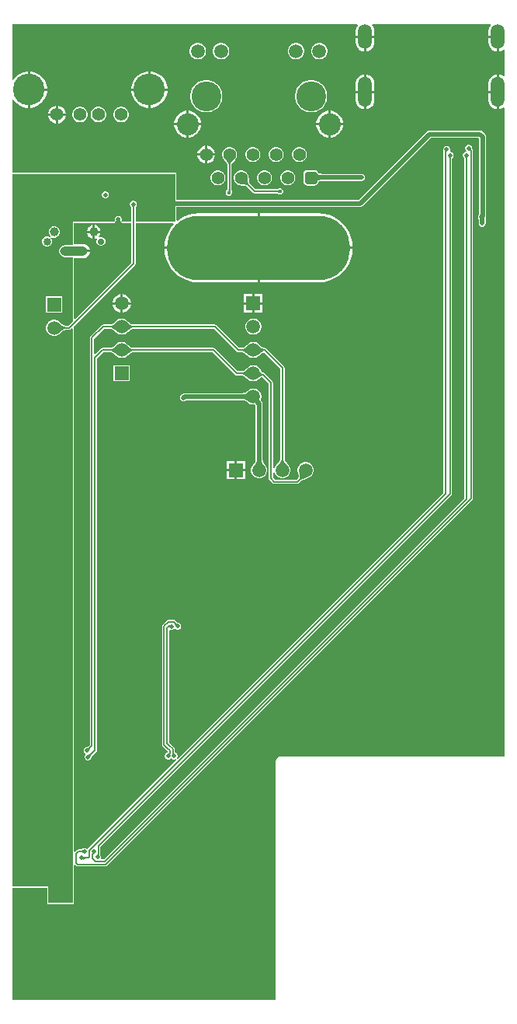
<source format=gbl>
G04*
G04 #@! TF.GenerationSoftware,Altium Limited,Altium Designer,21.3.2 (30)*
G04*
G04 Layer_Physical_Order=2*
G04 Layer_Color=16711680*
%FSLAX25Y25*%
%MOIN*%
G70*
G04*
G04 #@! TF.SameCoordinates,97996B78-1690-4D19-8AB1-FF8F13014A98*
G04*
G04*
G04 #@! TF.FilePolarity,Positive*
G04*
G01*
G75*
%ADD10C,0.00787*%
%ADD16C,0.01968*%
%ADD67C,0.00700*%
%ADD70C,0.05512*%
G04:AMPARAMS|DCode=71|XSize=55.12mil|YSize=55.12mil|CornerRadius=13.78mil|HoleSize=0mil|Usage=FLASHONLY|Rotation=0.000|XOffset=0mil|YOffset=0mil|HoleType=Round|Shape=RoundedRectangle|*
%AMROUNDEDRECTD71*
21,1,0.05512,0.02756,0,0,0.0*
21,1,0.02756,0.05512,0,0,0.0*
1,1,0.02756,0.01378,-0.01378*
1,1,0.02756,-0.01378,-0.01378*
1,1,0.02756,-0.01378,0.01378*
1,1,0.02756,0.01378,0.01378*
%
%ADD71ROUNDEDRECTD71*%
%ADD72C,0.12795*%
%ADD73C,0.05984*%
%ADD74C,0.09449*%
%ADD75C,0.05591*%
%ADD76C,0.13583*%
%ADD77O,0.05906X0.12992*%
%ADD78O,0.05906X0.10630*%
%ADD79C,0.02756*%
%ADD80C,0.03346*%
%ADD81O,0.03543X0.03937*%
%ADD82C,0.03937*%
%ADD83O,0.11811X0.03937*%
%ADD84C,0.05906*%
%ADD85R,0.05906X0.05906*%
%ADD86R,0.05906X0.05906*%
%ADD87O,0.78740X0.27559*%
%ADD88C,0.01968*%
%ADD89C,0.01772*%
%ADD90R,0.10500X0.11500*%
%ADD91R,0.10000X0.13500*%
G36*
X207990Y420212D02*
X207591Y419690D01*
X207192Y418729D01*
X207056Y417697D01*
Y415835D01*
X211043D01*
Y415335D01*
X211543D01*
Y409052D01*
X212075Y409122D01*
X213037Y409520D01*
X213519Y409890D01*
X214019Y409643D01*
Y398586D01*
X213519Y398339D01*
X213037Y398709D01*
X212075Y399107D01*
X211543Y399177D01*
Y391713D01*
Y384248D01*
X212075Y384318D01*
X213037Y384717D01*
X213519Y385086D01*
X214019Y384840D01*
Y106848D01*
X118110D01*
X117147Y106656D01*
X116331Y106110D01*
X115785Y105294D01*
X115593Y104331D01*
Y2517D01*
X2517D01*
Y49986D01*
X2517Y50486D01*
X17459D01*
Y44028D01*
X17617Y43645D01*
X18000Y43486D01*
X28500D01*
X28883Y43645D01*
X29041Y44028D01*
Y55528D01*
Y60054D01*
X29541Y60261D01*
X29887Y59915D01*
X30168Y59727D01*
X30500Y59661D01*
X42697D01*
X43029Y59727D01*
X43310Y59915D01*
X200113Y216718D01*
X200301Y216999D01*
X200367Y217331D01*
Y366528D01*
X200301Y366859D01*
X200185Y367032D01*
X200143Y367144D01*
X200035Y367260D01*
X200007Y367294D01*
X199986Y367323D01*
X199984Y367326D01*
Y367823D01*
X199758Y368368D01*
X199341Y368786D01*
X198795Y369012D01*
X198205D01*
X197659Y368786D01*
X197242Y368368D01*
X197016Y367823D01*
Y367232D01*
X197242Y366687D01*
X197417Y366512D01*
X197210Y366012D01*
X197205D01*
X196659Y365786D01*
X196242Y365368D01*
X196016Y364823D01*
Y364232D01*
X196242Y363687D01*
X196382Y363546D01*
X196418Y363452D01*
X196469Y363399D01*
X196500Y363361D01*
X196526Y363323D01*
X196548Y363285D01*
X196566Y363247D01*
X196581Y363207D01*
X196592Y363165D01*
X196601Y363120D01*
X196607Y363071D01*
X196609Y362998D01*
X196633Y362945D01*
Y217387D01*
X41905Y62658D01*
X40817D01*
X40483Y63158D01*
X40554Y63331D01*
Y63921D01*
X40328Y64467D01*
X40326Y64468D01*
X40367Y64670D01*
Y68169D01*
X191113Y218915D01*
X191301Y219196D01*
X191367Y219528D01*
Y362945D01*
X191391Y362998D01*
X191393Y363071D01*
X191399Y363120D01*
X191408Y363165D01*
X191419Y363207D01*
X191434Y363247D01*
X191452Y363285D01*
X191474Y363323D01*
X191500Y363361D01*
X191531Y363399D01*
X191582Y363452D01*
X191618Y363546D01*
X191758Y363687D01*
X191984Y364232D01*
Y364823D01*
X191758Y365368D01*
X191341Y365786D01*
X190795Y366012D01*
X190727D01*
X190393Y366512D01*
X190484Y366732D01*
Y367323D01*
X190258Y367868D01*
X189841Y368286D01*
X189295Y368512D01*
X188705D01*
X188159Y368286D01*
X187742Y367868D01*
X187516Y367323D01*
Y366732D01*
X187550Y366651D01*
X187541Y366583D01*
X187553Y366540D01*
X187557Y366522D01*
X187608Y365738D01*
X187609Y365586D01*
X187633Y365528D01*
Y219886D01*
X73634Y105887D01*
X73258Y106187D01*
X73484Y106732D01*
Y107323D01*
X73258Y107868D01*
X72841Y108286D01*
X72310Y108506D01*
Y109949D01*
X72241Y110298D01*
X72043Y110594D01*
X70555Y112082D01*
X69911Y112726D01*
Y160864D01*
X70411Y161165D01*
X70705Y161043D01*
X71295D01*
X71841Y161269D01*
X72258Y161687D01*
X72654Y161430D01*
X72721Y161363D01*
X73267Y161137D01*
X73857D01*
X74403Y161363D01*
X74821Y161781D01*
X75046Y162326D01*
Y162917D01*
X74821Y163462D01*
X74403Y163880D01*
X73857Y164105D01*
X73660D01*
X73570Y164146D01*
X73512Y164148D01*
X73479Y164152D01*
X73446Y164159D01*
X73413Y164170D01*
X73378Y164184D01*
X73341Y164202D01*
X73302Y164227D01*
X73260Y164257D01*
X73215Y164294D01*
X73156Y164349D01*
X73103Y164369D01*
X72422Y165050D01*
X72127Y165247D01*
X71778Y165317D01*
X69557D01*
X69209Y165247D01*
X68913Y165050D01*
X67068Y163205D01*
X66871Y162909D01*
X66801Y162561D01*
Y111815D01*
X66871Y111466D01*
X67068Y111171D01*
X68356Y109883D01*
X68356Y109883D01*
X69200Y109039D01*
Y108512D01*
X68670Y108292D01*
X68252Y107874D01*
X68026Y107329D01*
Y106738D01*
X68252Y106193D01*
X68670Y105775D01*
X69215Y105549D01*
X69806D01*
X70351Y105775D01*
X70752Y106176D01*
X71159Y105769D01*
X71705Y105543D01*
X72295D01*
X72841Y105769D01*
X73140Y105393D01*
X35040Y67293D01*
X34522Y67225D01*
X34366Y67260D01*
X34341Y67286D01*
X33795Y67512D01*
X33205D01*
X32659Y67286D01*
X32519Y67145D01*
X32425Y67109D01*
X32372Y67059D01*
X32333Y67028D01*
X32296Y67001D01*
X32258Y66980D01*
X32219Y66962D01*
X32180Y66947D01*
X32138Y66935D01*
X32092Y66927D01*
X32043Y66921D01*
X31970Y66918D01*
X31917Y66894D01*
X31000D01*
X30668Y66828D01*
X30387Y66640D01*
X29541Y65794D01*
X29041Y66001D01*
Y290086D01*
X29000Y290185D01*
Y290293D01*
X28924Y290369D01*
X28883Y290468D01*
X28732Y290971D01*
X55144Y317383D01*
X55342Y317679D01*
X55411Y318028D01*
Y335486D01*
X71708D01*
X71938Y334986D01*
X70683Y333517D01*
X69468Y331534D01*
X68577Y329384D01*
X68034Y327122D01*
X67891Y325303D01*
X107768D01*
Y339628D01*
X82677D01*
X80358Y339446D01*
X78096Y338903D01*
X75947Y338013D01*
X73963Y336797D01*
X73541Y336437D01*
X73041Y336667D01*
Y342274D01*
X151760D01*
X151760Y342274D01*
X152339Y342389D01*
X152830Y342717D01*
X182127Y372014D01*
X202720D01*
X202987Y371748D01*
Y339154D01*
X202930Y339098D01*
X202847Y338974D01*
X202742Y338868D01*
X202685Y338731D01*
X202602Y338607D01*
X202573Y338460D01*
X202516Y338323D01*
Y338174D01*
X202487Y338028D01*
X202516Y337881D01*
Y337732D01*
X202573Y337595D01*
X202602Y337448D01*
X202685Y337325D01*
X202727Y337223D01*
Y335268D01*
X202756Y335121D01*
Y334973D01*
X202813Y334835D01*
X202842Y334689D01*
X202925Y334565D01*
X202982Y334427D01*
X203087Y334322D01*
X203170Y334198D01*
X203294Y334115D01*
X203399Y334009D01*
X203537Y333952D01*
X203661Y333870D01*
X203807Y333840D01*
X203945Y333784D01*
X204094D01*
X204240Y333754D01*
X204386Y333784D01*
X204535D01*
X204673Y333840D01*
X204819Y333870D01*
X204943Y333952D01*
X205081Y334009D01*
X205186Y334115D01*
X205310Y334198D01*
X205393Y334322D01*
X205499Y334427D01*
X205556Y334565D01*
X205638Y334689D01*
X205667Y334835D01*
X205724Y334973D01*
Y335121D01*
X205753Y335268D01*
Y337732D01*
X205898Y337948D01*
X206013Y338528D01*
X206013Y338528D01*
Y372374D01*
X205898Y372954D01*
X205570Y373445D01*
X205570Y373445D01*
X204417Y374598D01*
X203926Y374926D01*
X203347Y375041D01*
X203347Y375041D01*
X181500D01*
X181500Y375041D01*
X180921Y374926D01*
X180430Y374598D01*
X180430Y374598D01*
X151133Y345301D01*
X73041D01*
Y356528D01*
X72883Y356910D01*
X72500Y357069D01*
X2517D01*
Y388341D01*
X3017Y388493D01*
X3582Y387648D01*
X4667Y386562D01*
X5943Y385710D01*
X7361Y385122D01*
X8867Y384823D01*
X9134D01*
Y392614D01*
X9634D01*
D01*
X9134D01*
Y400406D01*
X8867D01*
X7361Y400106D01*
X5943Y399519D01*
X4667Y398666D01*
X3582Y397581D01*
X3017Y396735D01*
X2517Y396887D01*
Y420712D01*
X150657D01*
X150904Y420212D01*
X150504Y419690D01*
X150106Y418729D01*
X149970Y417697D01*
Y415835D01*
X153957D01*
X157944D01*
Y417697D01*
X157808Y418729D01*
X157409Y419690D01*
X157010Y420212D01*
X157256Y420712D01*
X207744D01*
X207990Y420212D01*
D02*
G37*
G36*
X199449Y367248D02*
X199451Y367209D01*
X199462Y367166D01*
X199480Y367120D01*
X199505Y367071D01*
X199538Y367019D01*
X199579Y366963D01*
X199628Y366903D01*
X199748Y366775D01*
X199252Y366280D01*
X199187Y366344D01*
X199065Y366448D01*
X199009Y366489D01*
X198957Y366522D01*
X198907Y366548D01*
X198862Y366566D01*
X198819Y366576D01*
X198780Y366579D01*
X198744Y366574D01*
X199453Y367284D01*
X199449Y367248D01*
D02*
G37*
G36*
X189236Y366072D02*
X189163Y366049D01*
X189097Y366017D01*
X189039Y365977D01*
X188989Y365929D01*
X188947Y365872D01*
X188912Y365807D01*
X188885Y365734D01*
X188865Y365652D01*
X188854Y365563D01*
X188850Y365464D01*
X188150Y365589D01*
X188149Y365757D01*
X188094Y366594D01*
X188080Y366666D01*
X188063Y366726D01*
X189236Y366072D01*
D02*
G37*
G36*
X198125Y363757D02*
X198067Y363686D01*
X198016Y363612D01*
X197972Y363536D01*
X197935Y363457D01*
X197904Y363374D01*
X197880Y363289D01*
X197864Y363201D01*
X197853Y363111D01*
X197850Y363017D01*
X197150D01*
X197147Y363111D01*
X197136Y363201D01*
X197119Y363289D01*
X197096Y363374D01*
X197065Y363457D01*
X197028Y363536D01*
X196984Y363612D01*
X196933Y363686D01*
X196875Y363757D01*
X196811Y363825D01*
X198189D01*
X198125Y363757D01*
D02*
G37*
G36*
X191125D02*
X191067Y363686D01*
X191016Y363612D01*
X190972Y363536D01*
X190935Y363457D01*
X190904Y363374D01*
X190881Y363289D01*
X190864Y363201D01*
X190853Y363111D01*
X190850Y363017D01*
X190150D01*
X190147Y363111D01*
X190136Y363201D01*
X190120Y363289D01*
X190096Y363374D01*
X190065Y363457D01*
X190028Y363536D01*
X189984Y363612D01*
X189933Y363686D01*
X189875Y363757D01*
X189811Y363825D01*
X191189D01*
X191125Y363757D01*
D02*
G37*
G36*
X55133Y342765D02*
X55083Y342701D01*
X55038Y342632D01*
X55000Y342559D01*
X54967Y342482D01*
X54941Y342401D01*
X54920Y342316D01*
X54905Y342227D01*
X54897Y342133D01*
X54894Y342035D01*
X54106D01*
X54103Y342133D01*
X54094Y342227D01*
X54080Y342316D01*
X54059Y342401D01*
X54032Y342482D01*
X54000Y342559D01*
X53962Y342632D01*
X53917Y342701D01*
X53867Y342765D01*
X53811Y342825D01*
X55189D01*
X55133Y342765D01*
D02*
G37*
G36*
X72500Y336028D02*
X55411D01*
Y341967D01*
X55435Y342019D01*
X55437Y342099D01*
X55443Y342157D01*
X55451Y342208D01*
X55462Y342253D01*
X55475Y342292D01*
X55489Y342327D01*
X55506Y342358D01*
X55524Y342386D01*
X55545Y342412D01*
X55584Y342455D01*
X55619Y342547D01*
X55758Y342687D01*
X55984Y343232D01*
Y343823D01*
X55758Y344368D01*
X55341Y344786D01*
X54795Y345012D01*
X54205D01*
X53659Y344786D01*
X53242Y344368D01*
X53016Y343823D01*
Y343232D01*
X53242Y342687D01*
X53381Y342547D01*
X53416Y342455D01*
X53456Y342412D01*
X53476Y342386D01*
X53494Y342358D01*
X53511Y342327D01*
X53525Y342292D01*
X53538Y342253D01*
X53549Y342208D01*
X53557Y342157D01*
X53563Y342099D01*
X53565Y342019D01*
X53589Y341967D01*
Y336028D01*
X49702Y336028D01*
X49368Y336528D01*
X49453Y336732D01*
Y337323D01*
X49227Y337868D01*
X48809Y338286D01*
X48264Y338512D01*
X47673D01*
X47128Y338286D01*
X46710Y337868D01*
X46484Y337323D01*
Y336732D01*
X46569Y336528D01*
X46235Y336028D01*
X28500D01*
Y325919D01*
X25063D01*
X24100Y325727D01*
X23284Y325181D01*
X22738Y324365D01*
X22547Y323402D01*
X22738Y322439D01*
X23284Y321622D01*
X24100Y321076D01*
X25063Y320885D01*
X28500D01*
Y293316D01*
X26623Y291439D01*
X25286D01*
X25244Y291460D01*
X25087Y291474D01*
X24949Y291507D01*
X24781Y291569D01*
X24587Y291665D01*
X24369Y291795D01*
X24131Y291960D01*
X23877Y292157D01*
X23301Y292671D01*
X22989Y292979D01*
X22891Y293019D01*
X22620Y293290D01*
X21833Y293745D01*
X20955Y293980D01*
X20045D01*
X19167Y293745D01*
X18380Y293290D01*
X17737Y292648D01*
X17283Y291860D01*
X17047Y290982D01*
Y290073D01*
X17283Y289195D01*
X17737Y288407D01*
X18380Y287765D01*
X19167Y287310D01*
X20045Y287075D01*
X20955D01*
X21833Y287310D01*
X22620Y287765D01*
X22891Y288036D01*
X22989Y288076D01*
X23301Y288384D01*
X23877Y288898D01*
X24131Y289095D01*
X24369Y289260D01*
X24587Y289390D01*
X24781Y289486D01*
X24949Y289548D01*
X25087Y289581D01*
X25244Y289595D01*
X25286Y289616D01*
X27000D01*
X27349Y289686D01*
X27644Y289883D01*
X28038Y290277D01*
X28500Y290086D01*
Y51028D01*
X2517D01*
X2517Y356528D01*
X72500D01*
Y336028D01*
D02*
G37*
G36*
X48503Y337827D02*
X48768Y337562D01*
X48911Y337215D01*
Y336840D01*
X48868Y336735D01*
Y336679D01*
X48837Y336633D01*
X48868Y336478D01*
Y336320D01*
X48907Y336281D01*
X48918Y336227D01*
X49252Y335727D01*
X49298Y335696D01*
X49319Y335645D01*
X49465Y335584D01*
X49596Y335497D01*
X49651Y335508D01*
X49702Y335486D01*
X53589Y335486D01*
Y318405D01*
X29503Y294319D01*
X29041Y294511D01*
Y320408D01*
X32937D01*
X33712Y320510D01*
X34435Y320809D01*
X35055Y321285D01*
X35530Y321905D01*
X35830Y322627D01*
X35866Y322902D01*
X29000D01*
Y323902D01*
X35866D01*
X35830Y324177D01*
X35530Y324899D01*
X35055Y325519D01*
X34435Y325995D01*
X33712Y326294D01*
X32937Y326396D01*
X29041D01*
Y335486D01*
X46235D01*
X46286Y335508D01*
X46341Y335497D01*
X46472Y335584D01*
X46618Y335645D01*
X46639Y335696D01*
X46685Y335727D01*
X47019Y336227D01*
X47030Y336281D01*
X47069Y336320D01*
Y336478D01*
X47100Y336633D01*
X47069Y336679D01*
Y336735D01*
X47025Y336840D01*
Y337215D01*
X47169Y337562D01*
X47434Y337827D01*
X47781Y337971D01*
X48156D01*
X48503Y337827D01*
D02*
G37*
G36*
X22930Y292277D02*
X23531Y291741D01*
X23810Y291524D01*
X24076Y291340D01*
X24328Y291189D01*
X24566Y291072D01*
X24791Y290988D01*
X25001Y290938D01*
X25198Y290921D01*
Y290134D01*
X25001Y290117D01*
X24791Y290067D01*
X24566Y289983D01*
X24328Y289866D01*
X24076Y289716D01*
X23810Y289531D01*
X23531Y289314D01*
X22930Y288778D01*
X22609Y288461D01*
Y292595D01*
X22930Y292277D01*
D02*
G37*
G36*
X72856Y163888D02*
X72929Y163828D01*
X73003Y163775D01*
X73078Y163729D01*
X73154Y163691D01*
X73231Y163659D01*
X73310Y163635D01*
X73389Y163618D01*
X73470Y163608D01*
X73552Y163605D01*
X72578Y162631D01*
X72575Y162713D01*
X72565Y162794D01*
X72548Y162874D01*
X72524Y162952D01*
X72493Y163030D01*
X72454Y163106D01*
X72408Y163181D01*
X72356Y163254D01*
X72295Y163327D01*
X72228Y163398D01*
X72785Y163955D01*
X72856Y163888D01*
D02*
G37*
G36*
X70212Y161938D02*
X70178Y161977D01*
X70135Y162011D01*
X70085Y162041D01*
X70026Y162067D01*
X69960Y162090D01*
X69885Y162108D01*
X69803Y162122D01*
X69712Y162132D01*
X69506Y162140D01*
X69510Y162927D01*
X69617Y162929D01*
X69807Y162945D01*
X69890Y162959D01*
X69965Y162977D01*
X70032Y162999D01*
X70091Y163025D01*
X70142Y163055D01*
X70185Y163089D01*
X70219Y163127D01*
X70212Y161938D01*
D02*
G37*
G36*
X32797Y65339D02*
X32729Y65403D01*
X32658Y65461D01*
X32585Y65512D01*
X32508Y65556D01*
X32429Y65593D01*
X32347Y65623D01*
X32262Y65647D01*
X32174Y65664D01*
X32083Y65674D01*
X31989Y65678D01*
Y66378D01*
X32083Y66381D01*
X32174Y66391D01*
X32262Y66408D01*
X32347Y66432D01*
X32429Y66462D01*
X32508Y66500D01*
X32585Y66544D01*
X32658Y66594D01*
X32729Y66652D01*
X32797Y66716D01*
Y65339D01*
D02*
G37*
G36*
X33105Y63862D02*
X33176Y63805D01*
X33250Y63754D01*
X33326Y63710D01*
X33406Y63672D01*
X33488Y63642D01*
X33573Y63618D01*
X33661Y63601D01*
X33751Y63591D01*
X33845Y63588D01*
Y62888D01*
X33751Y62884D01*
X33661Y62874D01*
X33573Y62857D01*
X33488Y62833D01*
X33406Y62803D01*
X33326Y62766D01*
X33250Y62722D01*
X33176Y62671D01*
X33105Y62613D01*
X33038Y62549D01*
Y63927D01*
X33105Y63862D01*
D02*
G37*
%LPC*%
G36*
X210543Y414835D02*
X207056D01*
Y412972D01*
X207192Y411941D01*
X207591Y410979D01*
X208224Y410153D01*
X209050Y409520D01*
X210011Y409122D01*
X210543Y409052D01*
Y414835D01*
D02*
G37*
G36*
X157944Y414835D02*
X154457D01*
Y409052D01*
X154989Y409122D01*
X155950Y409520D01*
X156776Y410153D01*
X157409Y410979D01*
X157808Y411941D01*
X157944Y412972D01*
Y414835D01*
D02*
G37*
G36*
X153457D02*
X149970D01*
Y412972D01*
X150106Y411941D01*
X150504Y410979D01*
X151138Y410153D01*
X151963Y409520D01*
X152925Y409122D01*
X153457Y409052D01*
Y414835D01*
D02*
G37*
G36*
X134830Y412630D02*
X133910D01*
X133022Y412392D01*
X132226Y411932D01*
X131576Y411282D01*
X131116Y410485D01*
X130878Y409597D01*
Y408678D01*
X131116Y407790D01*
X131576Y406993D01*
X132226Y406343D01*
X133022Y405883D01*
X133910Y405645D01*
X134830D01*
X135718Y405883D01*
X136514Y406343D01*
X137164Y406993D01*
X137624Y407790D01*
X137862Y408678D01*
Y409597D01*
X137624Y410485D01*
X137164Y411282D01*
X136514Y411932D01*
X135718Y412392D01*
X134830Y412630D01*
D02*
G37*
G36*
X124830D02*
X123910D01*
X123022Y412392D01*
X122226Y411932D01*
X121576Y411282D01*
X121116Y410485D01*
X120878Y409597D01*
Y408678D01*
X121116Y407790D01*
X121576Y406993D01*
X122226Y406343D01*
X123022Y405883D01*
X123910Y405645D01*
X124830D01*
X125718Y405883D01*
X126514Y406343D01*
X127164Y406993D01*
X127624Y407790D01*
X127862Y408678D01*
Y409597D01*
X127624Y410485D01*
X127164Y411282D01*
X126514Y411932D01*
X125718Y412392D01*
X124830Y412630D01*
D02*
G37*
G36*
X92625D02*
X91706D01*
X90817Y412392D01*
X90021Y411932D01*
X89371Y411282D01*
X88911Y410485D01*
X88673Y409597D01*
Y408678D01*
X88911Y407790D01*
X89371Y406993D01*
X90021Y406343D01*
X90817Y405883D01*
X91706Y405645D01*
X92625D01*
X93513Y405883D01*
X94310Y406343D01*
X94960Y406993D01*
X95420Y407790D01*
X95657Y408678D01*
Y409597D01*
X95420Y410485D01*
X94960Y411282D01*
X94310Y411932D01*
X93513Y412392D01*
X92625Y412630D01*
D02*
G37*
G36*
X82625D02*
X81706D01*
X80817Y412392D01*
X80021Y411932D01*
X79371Y411282D01*
X78911Y410485D01*
X78673Y409597D01*
Y408678D01*
X78911Y407790D01*
X79371Y406993D01*
X80021Y406343D01*
X80817Y405883D01*
X81706Y405645D01*
X82625D01*
X83513Y405883D01*
X84310Y406343D01*
X84960Y406993D01*
X85419Y407790D01*
X85658Y408678D01*
Y409597D01*
X85419Y410485D01*
X84960Y411282D01*
X84310Y411932D01*
X83513Y412392D01*
X82625Y412630D01*
D02*
G37*
G36*
X62134Y400406D02*
X61866D01*
Y393114D01*
X69157D01*
Y393382D01*
X68858Y394887D01*
X68271Y396305D01*
X67418Y397581D01*
X66333Y398666D01*
X65057Y399519D01*
X63639Y400106D01*
X62134Y400406D01*
D02*
G37*
G36*
X10401D02*
X10134D01*
Y393114D01*
X17425D01*
Y393382D01*
X17126Y394887D01*
X16538Y396305D01*
X15686Y397581D01*
X14601Y398666D01*
X13324Y399519D01*
X11907Y400106D01*
X10401Y400406D01*
D02*
G37*
G36*
X60866D02*
X60599D01*
X59093Y400106D01*
X57676Y399519D01*
X56400Y398666D01*
X55314Y397581D01*
X54461Y396305D01*
X53874Y394887D01*
X53575Y393382D01*
Y393114D01*
X60866D01*
Y400406D01*
D02*
G37*
G36*
X154457Y399177D02*
Y392213D01*
X157944D01*
Y395256D01*
X157808Y396288D01*
X157409Y397249D01*
X156776Y398075D01*
X155950Y398709D01*
X154989Y399107D01*
X154457Y399177D01*
D02*
G37*
G36*
X153457Y399177D02*
X152925Y399107D01*
X151963Y398709D01*
X151138Y398075D01*
X150504Y397249D01*
X150106Y396288D01*
X149970Y395256D01*
Y392213D01*
X153457D01*
Y399177D01*
D02*
G37*
G36*
X210543D02*
X210011Y399107D01*
X209050Y398709D01*
X208224Y398075D01*
X207591Y397249D01*
X207192Y396288D01*
X207056Y395256D01*
Y392213D01*
X210543D01*
Y399177D01*
D02*
G37*
G36*
X69157Y392114D02*
X61866D01*
Y384823D01*
X62134D01*
X63639Y385122D01*
X65057Y385710D01*
X66333Y386562D01*
X67418Y387648D01*
X68271Y388924D01*
X68858Y390341D01*
X69157Y391847D01*
Y392114D01*
D02*
G37*
G36*
X60866D02*
X53575D01*
Y391847D01*
X53874Y390341D01*
X54461Y388924D01*
X55314Y387648D01*
X56400Y386562D01*
X57676Y385710D01*
X59093Y385122D01*
X60599Y384823D01*
X60866D01*
Y392114D01*
D02*
G37*
G36*
X17425D02*
X10134D01*
Y384823D01*
X10401D01*
X11907Y385122D01*
X13324Y385710D01*
X14601Y386562D01*
X15686Y387648D01*
X16538Y388924D01*
X17126Y390341D01*
X17425Y391847D01*
Y392114D01*
D02*
G37*
G36*
X157944Y391213D02*
X154457D01*
Y384248D01*
X154989Y384318D01*
X155950Y384717D01*
X156776Y385350D01*
X157409Y386176D01*
X157808Y387138D01*
X157944Y388169D01*
Y391213D01*
D02*
G37*
G36*
X153457D02*
X149970D01*
Y388169D01*
X150106Y387138D01*
X150504Y386176D01*
X151138Y385350D01*
X151963Y384717D01*
X152925Y384318D01*
X153457Y384248D01*
Y391213D01*
D02*
G37*
G36*
X210543D02*
X207056D01*
Y388169D01*
X207192Y387138D01*
X207591Y386176D01*
X208224Y385350D01*
X209050Y384717D01*
X210011Y384318D01*
X210543Y384248D01*
Y391213D01*
D02*
G37*
G36*
X131447Y396744D02*
X130088D01*
X128756Y396479D01*
X127500Y395959D01*
X126371Y395204D01*
X125410Y394243D01*
X124655Y393113D01*
X124135Y391858D01*
X123870Y390525D01*
Y389167D01*
X124135Y387834D01*
X124655Y386579D01*
X125410Y385449D01*
X126371Y384488D01*
X127500Y383733D01*
X128756Y383213D01*
X130088Y382948D01*
X131447D01*
X132780Y383213D01*
X134035Y383733D01*
X135165Y384488D01*
X136126Y385449D01*
X136880Y386579D01*
X137400Y387834D01*
X137665Y389167D01*
Y390525D01*
X137400Y391858D01*
X136880Y393113D01*
X136126Y394243D01*
X135165Y395204D01*
X134035Y395959D01*
X132780Y396479D01*
X131447Y396744D01*
D02*
G37*
G36*
X86447D02*
X85088D01*
X83756Y396479D01*
X82500Y395959D01*
X81371Y395204D01*
X80410Y394243D01*
X79655Y393113D01*
X79135Y391858D01*
X78870Y390525D01*
Y389167D01*
X79135Y387834D01*
X79655Y386579D01*
X80410Y385449D01*
X81371Y384488D01*
X82500Y383733D01*
X83756Y383213D01*
X85088Y382948D01*
X86447D01*
X87780Y383213D01*
X89035Y383733D01*
X90165Y384488D01*
X91126Y385449D01*
X91880Y386579D01*
X92400Y387834D01*
X92665Y389167D01*
Y390525D01*
X92400Y391858D01*
X91880Y393113D01*
X91126Y394243D01*
X90165Y395204D01*
X89035Y395959D01*
X87780Y396479D01*
X86447Y396744D01*
D02*
G37*
G36*
X22220Y385740D02*
Y382445D01*
X25516D01*
X25257Y383410D01*
X24757Y384275D01*
X24051Y384982D01*
X23185Y385482D01*
X22220Y385740D01*
D02*
G37*
G36*
X21220D02*
X20256Y385482D01*
X19390Y384982D01*
X18684Y384275D01*
X18184Y383410D01*
X17925Y382445D01*
X21220D01*
Y385740D01*
D02*
G37*
G36*
X49713Y385240D02*
X48846D01*
X48008Y385016D01*
X47256Y384582D01*
X46643Y383968D01*
X46209Y383217D01*
X45984Y382379D01*
Y381511D01*
X46209Y380673D01*
X46643Y379922D01*
X47256Y379308D01*
X48008Y378874D01*
X48846Y378650D01*
X49713D01*
X50551Y378874D01*
X51303Y379308D01*
X51916Y379922D01*
X52350Y380673D01*
X52575Y381511D01*
Y382379D01*
X52350Y383217D01*
X51916Y383968D01*
X51303Y384582D01*
X50551Y385016D01*
X49713Y385240D01*
D02*
G37*
G36*
X39871D02*
X39003D01*
X38165Y385016D01*
X37414Y384582D01*
X36800Y383968D01*
X36366Y383217D01*
X36142Y382379D01*
Y381511D01*
X36366Y380673D01*
X36800Y379922D01*
X37414Y379308D01*
X38165Y378874D01*
X39003Y378650D01*
X39871D01*
X40709Y378874D01*
X41460Y379308D01*
X42074Y379922D01*
X42508Y380673D01*
X42732Y381511D01*
Y382379D01*
X42508Y383217D01*
X42074Y383968D01*
X41460Y384582D01*
X40709Y385016D01*
X39871Y385240D01*
D02*
G37*
G36*
X31997D02*
X31129D01*
X30291Y385016D01*
X29540Y384582D01*
X28926Y383968D01*
X28492Y383217D01*
X28268Y382379D01*
Y381511D01*
X28492Y380673D01*
X28926Y379922D01*
X29540Y379308D01*
X30291Y378874D01*
X31129Y378650D01*
X31997D01*
X32835Y378874D01*
X33586Y379308D01*
X34200Y379922D01*
X34634Y380673D01*
X34858Y381511D01*
Y382379D01*
X34634Y383217D01*
X34200Y383968D01*
X33586Y384582D01*
X32835Y385016D01*
X31997Y385240D01*
D02*
G37*
G36*
X78529Y383563D02*
X78276D01*
Y378338D01*
X83500D01*
Y378592D01*
X83110Y380048D01*
X82356Y381353D01*
X81290Y382419D01*
X79985Y383172D01*
X78529Y383563D01*
D02*
G37*
G36*
X77276D02*
X77022D01*
X75566Y383172D01*
X74261Y382419D01*
X73195Y381353D01*
X72441Y380048D01*
X72051Y378592D01*
Y378338D01*
X77276D01*
Y383563D01*
D02*
G37*
G36*
X139514Y383563D02*
X139260D01*
Y378338D01*
X144484D01*
Y378592D01*
X144094Y380048D01*
X143341Y381353D01*
X142275Y382419D01*
X140969Y383172D01*
X139514Y383563D01*
D02*
G37*
G36*
X138260D02*
X138006D01*
X136550Y383172D01*
X135245Y382419D01*
X134179Y381353D01*
X133425Y380048D01*
X133035Y378592D01*
Y378338D01*
X138260D01*
Y383563D01*
D02*
G37*
G36*
X25516Y381445D02*
X22220D01*
Y378150D01*
X23185Y378408D01*
X24051Y378908D01*
X24757Y379614D01*
X25257Y380480D01*
X25516Y381445D01*
D02*
G37*
G36*
X21220D02*
X17925D01*
X18184Y380480D01*
X18684Y379614D01*
X19390Y378908D01*
X20256Y378408D01*
X21220Y378150D01*
Y381445D01*
D02*
G37*
G36*
X83500Y377338D02*
X78276D01*
Y372114D01*
X78529D01*
X79985Y372504D01*
X81290Y373257D01*
X82356Y374323D01*
X83110Y375629D01*
X83500Y377084D01*
Y377338D01*
D02*
G37*
G36*
X77276D02*
X72051D01*
Y377084D01*
X72441Y375629D01*
X73195Y374323D01*
X74261Y373257D01*
X75566Y372504D01*
X77022Y372114D01*
X77276D01*
Y377338D01*
D02*
G37*
G36*
X144484Y377338D02*
X139260D01*
Y372114D01*
X139514D01*
X140969Y372504D01*
X142275Y373257D01*
X143341Y374323D01*
X144094Y375629D01*
X144484Y377084D01*
Y377338D01*
D02*
G37*
G36*
X138260D02*
X133035D01*
Y377084D01*
X133425Y375629D01*
X134179Y374323D01*
X135245Y373257D01*
X136550Y372504D01*
X138006Y372114D01*
X138260D01*
Y377338D01*
D02*
G37*
G36*
X86268Y368601D02*
Y365346D01*
X89522D01*
X89268Y366296D01*
X88773Y367152D01*
X88074Y367851D01*
X87217Y368346D01*
X86268Y368601D01*
D02*
G37*
G36*
X85268D02*
X84318Y368346D01*
X83461Y367851D01*
X82762Y367152D01*
X82268Y366296D01*
X82013Y365346D01*
X85268D01*
Y368601D01*
D02*
G37*
G36*
X126196Y368102D02*
X125339D01*
X124511Y367880D01*
X123768Y367451D01*
X123162Y366845D01*
X122734Y366103D01*
X122512Y365275D01*
Y364417D01*
X122734Y363589D01*
X123162Y362847D01*
X123768Y362241D01*
X124511Y361812D01*
X125339Y361590D01*
X126196D01*
X127024Y361812D01*
X127767Y362241D01*
X128373Y362847D01*
X128802Y363589D01*
X129024Y364417D01*
Y365275D01*
X128802Y366103D01*
X128373Y366845D01*
X127767Y367451D01*
X127024Y367880D01*
X126196Y368102D01*
D02*
G37*
G36*
X116196D02*
X115339D01*
X114511Y367880D01*
X113768Y367451D01*
X113162Y366845D01*
X112734Y366103D01*
X112512Y365275D01*
Y364417D01*
X112734Y363589D01*
X113162Y362847D01*
X113768Y362241D01*
X114511Y361812D01*
X115339Y361590D01*
X116196D01*
X117024Y361812D01*
X117767Y362241D01*
X118373Y362847D01*
X118802Y363589D01*
X119024Y364417D01*
Y365275D01*
X118802Y366103D01*
X118373Y366845D01*
X117767Y367451D01*
X117024Y367880D01*
X116196Y368102D01*
D02*
G37*
G36*
X106196Y368102D02*
X105339D01*
X104511Y367880D01*
X103769Y367451D01*
X103162Y366845D01*
X102734Y366103D01*
X102512Y365275D01*
Y364417D01*
X102734Y363589D01*
X103162Y362847D01*
X103769Y362241D01*
X104511Y361812D01*
X105339Y361590D01*
X106196D01*
X107025Y361812D01*
X107767Y362241D01*
X108373Y362847D01*
X108802Y363589D01*
X109024Y364417D01*
Y365275D01*
X108802Y366103D01*
X108373Y366845D01*
X107767Y367451D01*
X107025Y367880D01*
X106196Y368102D01*
D02*
G37*
G36*
X89522Y364346D02*
X86268D01*
Y361092D01*
X87217Y361346D01*
X88074Y361841D01*
X88773Y362540D01*
X89268Y363396D01*
X89522Y364346D01*
D02*
G37*
G36*
X85268D02*
X82013D01*
X82268Y363396D01*
X82762Y362540D01*
X83461Y361841D01*
X84318Y361346D01*
X85268Y361092D01*
Y364346D01*
D02*
G37*
G36*
X121196Y358102D02*
X120339D01*
X119511Y357880D01*
X118769Y357451D01*
X118162Y356845D01*
X117734Y356103D01*
X117512Y355275D01*
Y354417D01*
X117734Y353589D01*
X118162Y352847D01*
X118769Y352241D01*
X119511Y351812D01*
X120339Y351590D01*
X121196D01*
X122024Y351812D01*
X122767Y352241D01*
X123373Y352847D01*
X123802Y353589D01*
X124024Y354417D01*
Y355275D01*
X123802Y356103D01*
X123373Y356845D01*
X122767Y357451D01*
X122024Y357880D01*
X121196Y358102D01*
D02*
G37*
G36*
X111196D02*
X110339D01*
X109511Y357880D01*
X108768Y357451D01*
X108162Y356845D01*
X107734Y356103D01*
X107512Y355275D01*
Y354417D01*
X107734Y353589D01*
X108162Y352847D01*
X108768Y352241D01*
X109511Y351812D01*
X110339Y351590D01*
X111196D01*
X112024Y351812D01*
X112767Y352241D01*
X113373Y352847D01*
X113802Y353589D01*
X114024Y354417D01*
Y355275D01*
X113802Y356103D01*
X113373Y356845D01*
X112767Y357451D01*
X112024Y357880D01*
X111196Y358102D01*
D02*
G37*
G36*
X91196D02*
X90339D01*
X89511Y357880D01*
X88769Y357451D01*
X88162Y356845D01*
X87734Y356103D01*
X87512Y355275D01*
Y354417D01*
X87734Y353589D01*
X88162Y352847D01*
X88769Y352241D01*
X89511Y351812D01*
X90339Y351590D01*
X91196D01*
X92024Y351812D01*
X92767Y352241D01*
X93373Y352847D01*
X93802Y353589D01*
X94024Y354417D01*
Y355275D01*
X93802Y356103D01*
X93373Y356845D01*
X92767Y357451D01*
X92024Y357880D01*
X91196Y358102D01*
D02*
G37*
G36*
X132146Y358139D02*
X129390D01*
X128657Y357993D01*
X128036Y357578D01*
X127621Y356957D01*
X127475Y356224D01*
Y353468D01*
X127621Y352735D01*
X128036Y352114D01*
X128657Y351699D01*
X129390Y351553D01*
X132146D01*
X132878Y351699D01*
X133500Y352114D01*
X133915Y352735D01*
X133966Y352991D01*
X133984Y353028D01*
X133989Y353110D01*
X134003Y353178D01*
X134022Y353207D01*
X134072Y353252D01*
X134170Y353310D01*
X134325Y353370D01*
X134538Y353424D01*
X134805Y353466D01*
X135124Y353493D01*
X135505Y353502D01*
X135532Y353514D01*
X152500D01*
X152646Y353543D01*
X152795D01*
X152933Y353600D01*
X153079Y353629D01*
X153203Y353712D01*
X153341Y353769D01*
X153446Y353875D01*
X153570Y353958D01*
X153653Y354081D01*
X153758Y354187D01*
X153815Y354325D01*
X153898Y354448D01*
X153927Y354595D01*
X153984Y354732D01*
Y354881D01*
X154013Y355028D01*
X153984Y355174D01*
Y355323D01*
X153927Y355461D01*
X153898Y355607D01*
X153815Y355731D01*
X153758Y355868D01*
X153653Y355974D01*
X153570Y356098D01*
X153446Y356181D01*
X153341Y356286D01*
X153203Y356343D01*
X153079Y356426D01*
X152933Y356455D01*
X152795Y356512D01*
X152646D01*
X152500Y356541D01*
X135532D01*
X135505Y356553D01*
X135105Y356562D01*
X134766Y356589D01*
X134478Y356632D01*
X134243Y356687D01*
X134065Y356752D01*
X133942Y356817D01*
X133915Y356957D01*
X133640Y357367D01*
X133630Y357388D01*
X133625Y357390D01*
X133500Y357578D01*
X132878Y357993D01*
X132146Y358139D01*
D02*
G37*
G36*
X101196Y358102D02*
X100339D01*
X99511Y357880D01*
X98769Y357451D01*
X98162Y356845D01*
X97734Y356103D01*
X97512Y355275D01*
Y354417D01*
X97734Y353589D01*
X98162Y352847D01*
X98769Y352241D01*
X99511Y351812D01*
X100339Y351590D01*
X100695D01*
X100793Y351549D01*
X100795Y351549D01*
X100795Y351549D01*
X100795Y351549D01*
X101205Y351547D01*
X101931Y351507D01*
X102229Y351470D01*
X102495Y351423D01*
X102724Y351367D01*
X102912Y351304D01*
X103059Y351238D01*
X103167Y351172D01*
X103274Y351082D01*
X103321Y351067D01*
X105973Y348415D01*
X106254Y348227D01*
X106586Y348161D01*
X116084D01*
X116138Y348137D01*
X116208Y348134D01*
X116256Y348130D01*
X116297Y348123D01*
X116333Y348114D01*
X116365Y348104D01*
X116392Y348092D01*
X116416Y348079D01*
X116439Y348064D01*
X116460Y348048D01*
X116497Y348013D01*
X116590Y347978D01*
X116715Y347853D01*
X117224Y347642D01*
X117776D01*
X118285Y347853D01*
X118675Y348243D01*
X118886Y348752D01*
Y349303D01*
X118675Y349813D01*
X118285Y350202D01*
X117776Y350413D01*
X117224D01*
X116715Y350202D01*
X116590Y350078D01*
X116497Y350043D01*
X116460Y350007D01*
X116439Y349991D01*
X116416Y349976D01*
X116392Y349963D01*
X116365Y349952D01*
X116333Y349941D01*
X116297Y349932D01*
X116256Y349925D01*
X116208Y349921D01*
X116138Y349919D01*
X116084Y349894D01*
X106945D01*
X104547Y352293D01*
X104532Y352339D01*
X104441Y352447D01*
X104376Y352554D01*
X104310Y352702D01*
X104247Y352890D01*
X104191Y353118D01*
X104146Y353373D01*
X104067Y354414D01*
X104065Y354821D01*
X104024Y354919D01*
Y355275D01*
X103802Y356103D01*
X103373Y356845D01*
X102767Y357451D01*
X102024Y357880D01*
X101196Y358102D01*
D02*
G37*
G36*
X96196Y368102D02*
X95339D01*
X94511Y367880D01*
X93769Y367451D01*
X93162Y366845D01*
X92734Y366103D01*
X92512Y365275D01*
Y364417D01*
X92734Y363589D01*
X93162Y362847D01*
X93414Y362595D01*
X93454Y362497D01*
X93744Y362204D01*
X94229Y361663D01*
X94414Y361426D01*
X94569Y361204D01*
X94691Y361003D01*
X94779Y360825D01*
X94837Y360674D01*
X94866Y360552D01*
X94879Y360412D01*
X94901Y360369D01*
Y350013D01*
X94877Y349960D01*
X94874Y349892D01*
X94870Y349853D01*
X94864Y349826D01*
X94859Y349809D01*
X94856Y349802D01*
X94828Y349786D01*
X94787Y349732D01*
X94715Y349702D01*
X94325Y349313D01*
X94114Y348803D01*
Y348252D01*
X94325Y347743D01*
X94715Y347353D01*
X95224Y347142D01*
X95776D01*
X96285Y347353D01*
X96675Y347743D01*
X96886Y348252D01*
Y348803D01*
X96775Y349071D01*
X96767Y349183D01*
X96743Y349232D01*
X96727Y349270D01*
X96712Y349311D01*
X96701Y349348D01*
X96677Y349459D01*
X96671Y349502D01*
X96660Y349634D01*
X96659Y349704D01*
X96634Y349760D01*
Y360369D01*
X96657Y360412D01*
X96669Y360552D01*
X96699Y360674D01*
X96756Y360825D01*
X96845Y361003D01*
X96966Y361204D01*
X97114Y361416D01*
X97795Y362208D01*
X98081Y362497D01*
X98121Y362595D01*
X98373Y362847D01*
X98802Y363589D01*
X99024Y364417D01*
Y365275D01*
X98802Y366103D01*
X98373Y366845D01*
X97767Y367451D01*
X97024Y367880D01*
X96196Y368102D01*
D02*
G37*
G36*
X133858Y339628D02*
X108768D01*
Y325303D01*
X148644D01*
X148501Y327122D01*
X147958Y329384D01*
X147068Y331534D01*
X145852Y333517D01*
X144341Y335286D01*
X142572Y336797D01*
X140589Y338013D01*
X138440Y338903D01*
X136177Y339446D01*
X133858Y339628D01*
D02*
G37*
G36*
X148644Y324303D02*
X108768D01*
Y309978D01*
X133858D01*
X136177Y310160D01*
X138440Y310703D01*
X140589Y311594D01*
X142572Y312809D01*
X144341Y314320D01*
X145852Y316089D01*
X147068Y318073D01*
X147958Y320222D01*
X148501Y322484D01*
X148644Y324303D01*
D02*
G37*
G36*
X107768D02*
X67891D01*
X68034Y322484D01*
X68577Y320222D01*
X69468Y318073D01*
X70683Y316089D01*
X72194Y314320D01*
X73963Y312809D01*
X75947Y311594D01*
X78096Y310703D01*
X80358Y310160D01*
X82677Y309978D01*
X107768D01*
Y324303D01*
D02*
G37*
G36*
X50020Y304980D02*
X50000D01*
Y301528D01*
X53453D01*
Y301548D01*
X53183Y302553D01*
X52663Y303455D01*
X51927Y304190D01*
X51026Y304711D01*
X50020Y304980D01*
D02*
G37*
G36*
X109953D02*
X106500D01*
Y301528D01*
X109953D01*
Y304980D01*
D02*
G37*
G36*
X105500D02*
X102047D01*
Y301528D01*
X105500D01*
Y304980D01*
D02*
G37*
G36*
X49000D02*
X48980D01*
X47974Y304711D01*
X47073Y304190D01*
X46337Y303455D01*
X45817Y302553D01*
X45547Y301548D01*
Y301528D01*
X49000D01*
Y304980D01*
D02*
G37*
G36*
X109953Y300528D02*
X106500D01*
Y297075D01*
X109953D01*
Y300528D01*
D02*
G37*
G36*
X105500D02*
X102047D01*
Y297075D01*
X105500D01*
Y300528D01*
D02*
G37*
G36*
X53453D02*
X50000D01*
Y297075D01*
X50020D01*
X51026Y297344D01*
X51927Y297865D01*
X52663Y298601D01*
X53183Y299502D01*
X53453Y300507D01*
Y300528D01*
D02*
G37*
G36*
X49000D02*
X45547D01*
Y300507D01*
X45817Y299502D01*
X46337Y298601D01*
X47073Y297865D01*
X47974Y297344D01*
X48980Y297075D01*
X49000D01*
Y300528D01*
D02*
G37*
G36*
X106455Y294480D02*
X105545D01*
X104667Y294245D01*
X103880Y293790D01*
X103237Y293148D01*
X102782Y292360D01*
X102547Y291482D01*
Y290573D01*
X102782Y289695D01*
X103237Y288908D01*
X103880Y288265D01*
X104667Y287810D01*
X105545Y287575D01*
X106455D01*
X107333Y287810D01*
X108120Y288265D01*
X108763Y288908D01*
X109218Y289695D01*
X109453Y290573D01*
Y291482D01*
X109218Y292360D01*
X108763Y293148D01*
X108120Y293790D01*
X107333Y294245D01*
X106455Y294480D01*
D02*
G37*
G36*
X52953Y274480D02*
X46047D01*
Y267575D01*
X52953D01*
Y274480D01*
D02*
G37*
G36*
X106455Y264480D02*
X105545D01*
X104667Y264245D01*
X103880Y263790D01*
X103612Y263523D01*
X103518Y263486D01*
X103316Y263293D01*
X103124Y263134D01*
X102929Y262996D01*
X102731Y262877D01*
X102530Y262778D01*
X102324Y262697D01*
X102114Y262634D01*
X101898Y262590D01*
X101675Y262563D01*
X101423Y262553D01*
X101398Y262541D01*
X76500D01*
X76500Y262541D01*
X75921Y262426D01*
X75430Y262098D01*
X75430Y262098D01*
X74930Y261598D01*
X74847Y261474D01*
X74742Y261368D01*
X74685Y261231D01*
X74602Y261107D01*
X74573Y260961D01*
X74516Y260823D01*
Y260674D01*
X74487Y260528D01*
X74516Y260381D01*
Y260232D01*
X74573Y260095D01*
X74602Y259948D01*
X74685Y259824D01*
X74742Y259687D01*
X74847Y259581D01*
X74930Y259457D01*
X75054Y259375D01*
X75159Y259269D01*
X75297Y259212D01*
X75421Y259129D01*
X75567Y259100D01*
X75705Y259043D01*
X75854D01*
X76000Y259014D01*
X76146Y259043D01*
X76295D01*
X76433Y259100D01*
X76579Y259129D01*
X76703Y259212D01*
X76841Y259269D01*
X76946Y259375D01*
X77070Y259457D01*
X77127Y259514D01*
X101398D01*
X101423Y259503D01*
X101675Y259493D01*
X101898Y259466D01*
X102114Y259421D01*
X102324Y259358D01*
X102530Y259277D01*
X102731Y259178D01*
X102929Y259059D01*
X103124Y258921D01*
X103316Y258762D01*
X103518Y258569D01*
X103612Y258533D01*
X103880Y258265D01*
X104667Y257810D01*
X105545Y257575D01*
X106455D01*
X106544Y257599D01*
X106580Y257576D01*
X106987Y257224D01*
Y234130D01*
X106975Y234104D01*
X106965Y233853D01*
X106938Y233629D01*
X106893Y233413D01*
X106830Y233203D01*
X106750Y232998D01*
X106650Y232796D01*
X106532Y232598D01*
X106393Y232404D01*
X106234Y232212D01*
X106042Y232010D01*
X106005Y231915D01*
X105737Y231648D01*
X105282Y230860D01*
X105047Y229982D01*
Y229073D01*
X105282Y228195D01*
X105737Y227408D01*
X106380Y226765D01*
X107167Y226310D01*
X108045Y226075D01*
X108955D01*
X109833Y226310D01*
X110620Y226765D01*
X111263Y227408D01*
X111717Y228195D01*
X111953Y229073D01*
Y229982D01*
X111717Y230860D01*
X111263Y231648D01*
X110995Y231915D01*
X110958Y232010D01*
X110766Y232212D01*
X110607Y232404D01*
X110468Y232598D01*
X110350Y232796D01*
X110250Y232998D01*
X110170Y233203D01*
X110107Y233413D01*
X110062Y233630D01*
X110035Y233853D01*
X110025Y234104D01*
X110013Y234130D01*
Y257906D01*
X109898Y258485D01*
X109607Y258920D01*
X109584Y258979D01*
X109452Y259115D01*
X109245Y259350D01*
X109179Y259436D01*
X109132Y259507D01*
X109121Y259527D01*
X109218Y259695D01*
X109453Y260573D01*
Y261482D01*
X109218Y262360D01*
X108763Y263148D01*
X108120Y263790D01*
X107333Y264245D01*
X106455Y264480D01*
D02*
G37*
G36*
X102453Y233480D02*
X99000D01*
Y230028D01*
X102453D01*
Y233480D01*
D02*
G37*
G36*
X98000D02*
X94547D01*
Y230028D01*
X98000D01*
Y233480D01*
D02*
G37*
G36*
X49955Y294480D02*
X49045D01*
X48167Y294245D01*
X47380Y293790D01*
X47109Y293519D01*
X47010Y293479D01*
X46699Y293171D01*
X46123Y292657D01*
X45869Y292460D01*
X45631Y292295D01*
X45413Y292165D01*
X45219Y292070D01*
X45052Y292007D01*
X44912Y291974D01*
X44756Y291961D01*
X44714Y291939D01*
X41500D01*
X41151Y291869D01*
X40856Y291672D01*
X36068Y286884D01*
X35871Y286589D01*
X35801Y286240D01*
Y197225D01*
X35801Y197225D01*
Y111775D01*
X35097Y111071D01*
X35044Y111051D01*
X34985Y110995D01*
X34940Y110958D01*
X34898Y110928D01*
X34859Y110904D01*
X34822Y110885D01*
X34787Y110871D01*
X34754Y110861D01*
X34721Y110854D01*
X34688Y110850D01*
X34629Y110848D01*
X34539Y110807D01*
X34343D01*
X33797Y110581D01*
X33380Y110164D01*
X33154Y109618D01*
Y109028D01*
X33380Y108482D01*
X33797Y108064D01*
X33867Y107494D01*
X33742Y107368D01*
X33516Y106823D01*
Y106232D01*
X33742Y105687D01*
X34159Y105269D01*
X34705Y105043D01*
X35295D01*
X35841Y105269D01*
X36258Y105687D01*
X36484Y106232D01*
Y106429D01*
X36525Y106519D01*
X36527Y106578D01*
X36531Y106611D01*
X36538Y106643D01*
X36548Y106677D01*
X36562Y106712D01*
X36581Y106748D01*
X36605Y106788D01*
X36636Y106830D01*
X36673Y106875D01*
X36728Y106934D01*
X36748Y106987D01*
X38644Y108883D01*
X38842Y109179D01*
X38911Y109528D01*
Y277329D01*
X41698Y280116D01*
X44714D01*
X44756Y280095D01*
X44912Y280081D01*
X45052Y280048D01*
X45219Y279986D01*
X45413Y279890D01*
X45631Y279760D01*
X45869Y279595D01*
X46123Y279398D01*
X46700Y278884D01*
X47010Y278576D01*
X47109Y278536D01*
X47380Y278265D01*
X48167Y277810D01*
X49045Y277575D01*
X49955D01*
X50833Y277810D01*
X51620Y278265D01*
X51891Y278536D01*
X51990Y278576D01*
X52301Y278884D01*
X52877Y279398D01*
X53131Y279595D01*
X53369Y279760D01*
X53587Y279890D01*
X53781Y279986D01*
X53948Y280048D01*
X54088Y280081D01*
X54244Y280095D01*
X54286Y280116D01*
X88623D01*
X98356Y270383D01*
X98651Y270186D01*
X99000Y270116D01*
X101214D01*
X101256Y270095D01*
X101412Y270081D01*
X101551Y270048D01*
X101719Y269986D01*
X101913Y269890D01*
X102131Y269760D01*
X102369Y269595D01*
X102623Y269398D01*
X103200Y268884D01*
X103510Y268576D01*
X103609Y268536D01*
X103880Y268265D01*
X104667Y267810D01*
X105545Y267575D01*
X106455D01*
X107333Y267810D01*
X108120Y268265D01*
X108444Y268589D01*
X108486Y268596D01*
X108524Y268651D01*
X108585Y268677D01*
X108745Y268844D01*
X108894Y268979D01*
X109043Y269096D01*
X109193Y269194D01*
X109344Y269276D01*
X109495Y269342D01*
X109649Y269393D01*
X109806Y269429D01*
X109809Y269430D01*
X112589Y266650D01*
Y226028D01*
X112658Y225679D01*
X112856Y225383D01*
X114356Y223883D01*
X114651Y223686D01*
X115000Y223616D01*
X124885D01*
X125234Y223686D01*
X125529Y223883D01*
X126668Y225022D01*
X126709Y225034D01*
X126742Y225060D01*
X129120Y226046D01*
X129628Y226221D01*
X129629Y226222D01*
X129631Y226222D01*
X129685Y226271D01*
X129833Y226310D01*
X130620Y226765D01*
X131263Y227408D01*
X131718Y228195D01*
X131953Y229073D01*
Y229982D01*
X131718Y230860D01*
X131263Y231648D01*
X130620Y232290D01*
X129833Y232745D01*
X128955Y232980D01*
X128045D01*
X127167Y232745D01*
X126380Y232290D01*
X125737Y231648D01*
X125283Y230860D01*
X125047Y229982D01*
Y229073D01*
X125217Y228439D01*
X125211Y228349D01*
X125329Y227994D01*
X125414Y227680D01*
X125469Y227395D01*
X125498Y227139D01*
X125501Y226914D01*
X125482Y226721D01*
X125443Y226557D01*
X125389Y226419D01*
X125319Y226301D01*
X125202Y226164D01*
X125188Y226119D01*
X124507Y225439D01*
X115377D01*
X114411Y226405D01*
Y267028D01*
X114342Y267376D01*
X114144Y267672D01*
X110778Y271038D01*
X110483Y271236D01*
X110267Y271278D01*
X110166Y271328D01*
X110013Y271337D01*
X109911Y271356D01*
X109822Y271387D01*
X109745Y271427D01*
X109672Y271480D01*
X109601Y271549D01*
X109531Y271639D01*
X109462Y271754D01*
X109397Y271894D01*
X109331Y272082D01*
X109288Y272129D01*
X109277Y272192D01*
X109259Y272204D01*
X109218Y272360D01*
X108763Y273148D01*
X108120Y273790D01*
X107333Y274245D01*
X106455Y274480D01*
X105545D01*
X104667Y274245D01*
X103880Y273790D01*
X103609Y273519D01*
X103510Y273479D01*
X103199Y273171D01*
X102623Y272657D01*
X102369Y272460D01*
X102131Y272295D01*
X101913Y272165D01*
X101719Y272070D01*
X101551Y272007D01*
X101412Y271974D01*
X101256Y271960D01*
X101214Y271939D01*
X99377D01*
X89644Y281672D01*
X89349Y281869D01*
X89000Y281939D01*
X54286D01*
X54244Y281961D01*
X54088Y281974D01*
X53948Y282007D01*
X53781Y282069D01*
X53587Y282165D01*
X53369Y282295D01*
X53131Y282460D01*
X52877Y282657D01*
X52301Y283171D01*
X51990Y283479D01*
X51891Y283519D01*
X51620Y283790D01*
X50833Y284245D01*
X49955Y284480D01*
X49045D01*
X48167Y284245D01*
X47380Y283790D01*
X47109Y283519D01*
X47010Y283479D01*
X46699Y283171D01*
X46123Y282657D01*
X45869Y282460D01*
X45631Y282295D01*
X45413Y282165D01*
X45219Y282069D01*
X45052Y282007D01*
X44912Y281974D01*
X44756Y281961D01*
X44714Y281939D01*
X41321D01*
X40972Y281869D01*
X40676Y281672D01*
X38086Y279081D01*
X37624Y279273D01*
Y285863D01*
X41877Y290116D01*
X44714D01*
X44756Y290095D01*
X44912Y290081D01*
X45052Y290048D01*
X45219Y289986D01*
X45413Y289890D01*
X45631Y289760D01*
X45869Y289595D01*
X46123Y289398D01*
X46700Y288884D01*
X47010Y288576D01*
X47109Y288536D01*
X47380Y288265D01*
X48167Y287810D01*
X49045Y287575D01*
X49955D01*
X50833Y287810D01*
X51620Y288265D01*
X51891Y288536D01*
X51990Y288576D01*
X52301Y288884D01*
X52877Y289398D01*
X53131Y289595D01*
X53369Y289760D01*
X53587Y289890D01*
X53781Y289986D01*
X53948Y290048D01*
X54088Y290081D01*
X54244Y290095D01*
X54286Y290116D01*
X89123D01*
X98856Y280383D01*
X99151Y280186D01*
X99500Y280116D01*
X101214D01*
X101256Y280095D01*
X101412Y280081D01*
X101551Y280048D01*
X101719Y279986D01*
X101913Y279890D01*
X102131Y279760D01*
X102369Y279595D01*
X102623Y279398D01*
X103200Y278884D01*
X103510Y278576D01*
X103609Y278536D01*
X103880Y278265D01*
X104667Y277810D01*
X105545Y277575D01*
X106455D01*
X107333Y277810D01*
X108120Y278265D01*
X108391Y278536D01*
X108490Y278576D01*
X108801Y278884D01*
X109377Y279398D01*
X109631Y279595D01*
X109869Y279760D01*
X110087Y279890D01*
X110281Y279986D01*
X110449Y280048D01*
X110588Y280081D01*
X110652Y280087D01*
X117589Y273150D01*
Y234314D01*
X117567Y234272D01*
X117554Y234115D01*
X117521Y233976D01*
X117458Y233808D01*
X117363Y233614D01*
X117233Y233397D01*
X117068Y233158D01*
X116870Y232905D01*
X116356Y232328D01*
X116049Y232017D01*
X116008Y231919D01*
X115737Y231648D01*
X115282Y230860D01*
X115047Y229982D01*
Y229073D01*
X115282Y228195D01*
X115737Y227408D01*
X116380Y226765D01*
X117167Y226310D01*
X118045Y226075D01*
X118955D01*
X119833Y226310D01*
X120620Y226765D01*
X121263Y227408D01*
X121718Y228195D01*
X121953Y229073D01*
Y229982D01*
X121718Y230860D01*
X121263Y231648D01*
X120992Y231919D01*
X120951Y232017D01*
X120643Y232328D01*
X120130Y232905D01*
X119932Y233158D01*
X119767Y233397D01*
X119637Y233614D01*
X119542Y233808D01*
X119479Y233976D01*
X119446Y234115D01*
X119433Y234272D01*
X119411Y234314D01*
Y273528D01*
X119342Y273876D01*
X119144Y274172D01*
X111644Y281672D01*
X111349Y281869D01*
X111000Y281939D01*
X110786D01*
X110744Y281961D01*
X110588Y281974D01*
X110449Y282007D01*
X110281Y282069D01*
X110087Y282165D01*
X109869Y282295D01*
X109631Y282460D01*
X109377Y282657D01*
X108800Y283171D01*
X108490Y283479D01*
X108391Y283519D01*
X108120Y283790D01*
X107333Y284245D01*
X106455Y284480D01*
X105545D01*
X104667Y284245D01*
X103880Y283790D01*
X103609Y283519D01*
X103510Y283479D01*
X103199Y283171D01*
X102623Y282657D01*
X102369Y282460D01*
X102131Y282295D01*
X101913Y282165D01*
X101719Y282069D01*
X101551Y282007D01*
X101412Y281974D01*
X101256Y281961D01*
X101214Y281939D01*
X99877D01*
X90144Y291672D01*
X89849Y291869D01*
X89500Y291939D01*
X54286D01*
X54244Y291961D01*
X54088Y291974D01*
X53948Y292007D01*
X53781Y292070D01*
X53587Y292165D01*
X53369Y292295D01*
X53131Y292460D01*
X52877Y292657D01*
X52301Y293171D01*
X51990Y293479D01*
X51891Y293519D01*
X51620Y293790D01*
X50833Y294245D01*
X49955Y294480D01*
D02*
G37*
G36*
X102453Y229028D02*
X99000D01*
Y225575D01*
X102453D01*
Y229028D01*
D02*
G37*
G36*
X98000D02*
X94547D01*
Y225575D01*
X98000D01*
Y229028D01*
D02*
G37*
%LPD*%
G36*
X133296Y356803D02*
X133369Y356637D01*
X133484Y356490D01*
X133643Y356364D01*
X133844Y356256D01*
X134088Y356168D01*
X134375Y356100D01*
X134705Y356051D01*
X135077Y356022D01*
X135492Y356012D01*
Y354043D01*
X135095Y354033D01*
X134740Y354004D01*
X134429Y353955D01*
X134160Y353887D01*
X133933Y353798D01*
X133750Y353691D01*
X133609Y353563D01*
X133511Y353416D01*
X133456Y353250D01*
X133444Y353064D01*
X133265Y356989D01*
X133296Y356803D01*
D02*
G37*
G36*
X103525Y354392D02*
X103608Y353305D01*
X103661Y353006D01*
X103727Y352739D01*
X103805Y352504D01*
X103896Y352302D01*
X104000Y352131D01*
X104117Y351991D01*
X103622Y351496D01*
X103483Y351613D01*
X103312Y351717D01*
X103109Y351809D01*
X102874Y351887D01*
X102608Y351953D01*
X102309Y352006D01*
X101978Y352046D01*
X101222Y352088D01*
X100795Y352090D01*
X103524Y354819D01*
X103525Y354392D01*
D02*
G37*
G36*
X116867Y348408D02*
X116813Y348459D01*
X116754Y348505D01*
X116692Y348545D01*
X116626Y348580D01*
X116557Y348610D01*
X116484Y348634D01*
X116407Y348653D01*
X116327Y348667D01*
X116243Y348675D01*
X116155Y348678D01*
Y349378D01*
X116243Y349380D01*
X116327Y349388D01*
X116407Y349402D01*
X116484Y349421D01*
X116557Y349445D01*
X116626Y349475D01*
X116692Y349510D01*
X116754Y349550D01*
X116813Y349596D01*
X116867Y349648D01*
Y348408D01*
D02*
G37*
G36*
X97397Y362575D02*
X96686Y361748D01*
X96513Y361499D01*
X96370Y361264D01*
X96260Y361042D01*
X96181Y360834D01*
X96134Y360640D01*
X96118Y360459D01*
X95418D01*
X95402Y360640D01*
X95354Y360834D01*
X95276Y361042D01*
X95165Y361264D01*
X95023Y361499D01*
X94849Y361748D01*
X94644Y362010D01*
X94139Y362575D01*
X93839Y362878D01*
X97697D01*
X97397Y362575D01*
D02*
G37*
G36*
X96118Y349694D02*
X96119Y349607D01*
X96132Y349441D01*
X96144Y349362D01*
X96177Y349212D01*
X96198Y349141D01*
X96223Y349072D01*
X96251Y349006D01*
X96282Y348943D01*
X95100Y349318D01*
X95160Y349353D01*
X95214Y349394D01*
X95262Y349442D01*
X95303Y349495D01*
X95338Y349554D01*
X95367Y349619D01*
X95389Y349691D01*
X95405Y349768D01*
X95415Y349852D01*
X95418Y349941D01*
X96118Y349694D01*
D02*
G37*
G36*
X103891Y258961D02*
X103676Y259166D01*
X103454Y259350D01*
X103225Y259513D01*
X102990Y259653D01*
X102749Y259773D01*
X102501Y259870D01*
X102247Y259946D01*
X101986Y260000D01*
X101718Y260033D01*
X101444Y260043D01*
Y262012D01*
X101718Y262023D01*
X101986Y262055D01*
X102247Y262109D01*
X102501Y262185D01*
X102749Y262282D01*
X102990Y262402D01*
X103225Y262542D01*
X103454Y262705D01*
X103676Y262889D01*
X103891Y263094D01*
Y258961D01*
D02*
G37*
G36*
X108566Y259545D02*
X108565Y259480D01*
X108582Y259405D01*
X108616Y259321D01*
X108669Y259226D01*
X108739Y259121D01*
X108826Y259006D01*
X109055Y258747D01*
X109196Y258602D01*
X107804Y257210D01*
X107617Y257395D01*
X106904Y258012D01*
X106807Y258073D01*
X106724Y258115D01*
X106656Y258136D01*
X106604Y258137D01*
X108584Y259600D01*
X108566Y259545D01*
D02*
G37*
G36*
X109495Y233809D02*
X109528Y233542D01*
X109582Y233281D01*
X109658Y233027D01*
X109755Y232779D01*
X109874Y232537D01*
X110015Y232302D01*
X110177Y232074D01*
X110361Y231852D01*
X110567Y231636D01*
X106433D01*
X106639Y231852D01*
X106823Y232074D01*
X106985Y232302D01*
X107126Y232537D01*
X107245Y232779D01*
X107343Y233027D01*
X107418Y233281D01*
X107472Y233542D01*
X107505Y233809D01*
X107516Y234083D01*
X109484D01*
X109495Y233809D01*
D02*
G37*
G36*
X51930Y292777D02*
X52531Y292241D01*
X52810Y292024D01*
X53076Y291840D01*
X53328Y291689D01*
X53566Y291572D01*
X53791Y291488D01*
X54001Y291438D01*
X54198Y291421D01*
Y290634D01*
X54001Y290617D01*
X53791Y290567D01*
X53566Y290483D01*
X53328Y290366D01*
X53076Y290215D01*
X52810Y290032D01*
X52531Y289814D01*
X51930Y289279D01*
X51609Y288961D01*
Y293094D01*
X51930Y292777D01*
D02*
G37*
G36*
X47391Y288961D02*
X47070Y289279D01*
X46469Y289814D01*
X46190Y290032D01*
X45924Y290215D01*
X45672Y290366D01*
X45434Y290483D01*
X45209Y290567D01*
X44999Y290617D01*
X44802Y290634D01*
Y291421D01*
X44999Y291438D01*
X45209Y291488D01*
X45434Y291572D01*
X45672Y291689D01*
X45924Y291840D01*
X46190Y292024D01*
X46469Y292241D01*
X47070Y292777D01*
X47391Y293094D01*
Y288961D01*
D02*
G37*
G36*
X108430Y282777D02*
X109031Y282241D01*
X109310Y282024D01*
X109576Y281840D01*
X109828Y281689D01*
X110066Y281572D01*
X110291Y281488D01*
X110501Y281438D01*
X110698Y281421D01*
Y280634D01*
X110501Y280617D01*
X110291Y280567D01*
X110066Y280483D01*
X109828Y280366D01*
X109576Y280216D01*
X109310Y280031D01*
X109031Y279814D01*
X108430Y279278D01*
X108109Y278961D01*
Y283095D01*
X108430Y282777D01*
D02*
G37*
G36*
X103891Y278961D02*
X103570Y279278D01*
X102969Y279814D01*
X102690Y280031D01*
X102424Y280216D01*
X102172Y280366D01*
X101934Y280483D01*
X101709Y280567D01*
X101499Y280617D01*
X101302Y280634D01*
Y281421D01*
X101499Y281438D01*
X101709Y281488D01*
X101934Y281572D01*
X102172Y281689D01*
X102424Y281840D01*
X102690Y282024D01*
X102969Y282241D01*
X103570Y282777D01*
X103891Y283095D01*
Y278961D01*
D02*
G37*
G36*
X51930Y282777D02*
X52531Y282241D01*
X52810Y282024D01*
X53076Y281840D01*
X53328Y281689D01*
X53566Y281572D01*
X53791Y281488D01*
X54001Y281438D01*
X54198Y281421D01*
Y280634D01*
X54001Y280617D01*
X53791Y280567D01*
X53566Y280483D01*
X53328Y280366D01*
X53076Y280216D01*
X52810Y280031D01*
X52531Y279814D01*
X51930Y279278D01*
X51609Y278961D01*
Y283095D01*
X51930Y282777D01*
D02*
G37*
G36*
X47391Y278961D02*
X47070Y279278D01*
X46469Y279814D01*
X46190Y280031D01*
X45924Y280216D01*
X45672Y280366D01*
X45434Y280483D01*
X45209Y280567D01*
X44999Y280617D01*
X44802Y280634D01*
Y281421D01*
X44999Y281438D01*
X45209Y281488D01*
X45434Y281572D01*
X45672Y281689D01*
X45924Y281840D01*
X46190Y282024D01*
X46469Y282241D01*
X47070Y282777D01*
X47391Y283095D01*
Y278961D01*
D02*
G37*
G36*
X108896Y271689D02*
X108984Y271500D01*
X109084Y271333D01*
X109196Y271188D01*
X109321Y271066D01*
X109459Y270966D01*
X109609Y270888D01*
X109771Y270832D01*
X109946Y270798D01*
X110134Y270787D01*
Y270000D01*
X109919Y269990D01*
X109709Y269962D01*
X109503Y269915D01*
X109302Y269848D01*
X109106Y269763D01*
X108914Y269659D01*
X108728Y269535D01*
X108545Y269393D01*
X108368Y269232D01*
X108195Y269052D01*
X108821Y271901D01*
X108896Y271689D01*
D02*
G37*
G36*
X103891Y268961D02*
X103570Y269279D01*
X102969Y269814D01*
X102690Y270031D01*
X102424Y270216D01*
X102172Y270366D01*
X101934Y270483D01*
X101709Y270567D01*
X101499Y270617D01*
X101302Y270634D01*
Y271421D01*
X101499Y271438D01*
X101709Y271488D01*
X101934Y271572D01*
X102172Y271689D01*
X102424Y271840D01*
X102690Y272024D01*
X102969Y272241D01*
X103570Y272777D01*
X103891Y273095D01*
Y268961D01*
D02*
G37*
G36*
X118910Y234029D02*
X118961Y233818D01*
X119044Y233594D01*
X119161Y233356D01*
X119312Y233104D01*
X119496Y232838D01*
X119714Y232558D01*
X120249Y231957D01*
X120567Y231636D01*
X116433D01*
X116751Y231957D01*
X117286Y232558D01*
X117504Y232838D01*
X117688Y233104D01*
X117839Y233356D01*
X117956Y233594D01*
X118039Y233818D01*
X118090Y234029D01*
X118106Y234226D01*
X118894D01*
X118910Y234029D01*
D02*
G37*
G36*
X129451Y226732D02*
X128928Y226552D01*
X126463Y225530D01*
X126370Y225455D01*
X125615Y225814D01*
X125760Y225986D01*
X125875Y226179D01*
X125961Y226394D01*
X126017Y226632D01*
X126043Y226891D01*
X126039Y227173D01*
X126005Y227477D01*
X125941Y227802D01*
X125848Y228150D01*
X125724Y228520D01*
X129451Y226732D01*
D02*
G37*
G36*
X35972Y110100D02*
X35904Y110029D01*
X35844Y109956D01*
X35792Y109882D01*
X35746Y109807D01*
X35707Y109731D01*
X35676Y109654D01*
X35652Y109575D01*
X35635Y109496D01*
X35625Y109415D01*
X35622Y109333D01*
X34648Y110307D01*
X34730Y110310D01*
X34811Y110320D01*
X34890Y110337D01*
X34969Y110361D01*
X35046Y110392D01*
X35122Y110431D01*
X35197Y110477D01*
X35271Y110529D01*
X35344Y110590D01*
X35415Y110657D01*
X35972Y110100D01*
D02*
G37*
G36*
X36334Y107305D02*
X36267Y107233D01*
X36207Y107161D01*
X36154Y107087D01*
X36108Y107012D01*
X36070Y106936D01*
X36038Y106859D01*
X36014Y106780D01*
X35997Y106700D01*
X35987Y106620D01*
X35984Y106537D01*
X35010Y107512D01*
X35092Y107515D01*
X35173Y107524D01*
X35252Y107542D01*
X35331Y107566D01*
X35408Y107597D01*
X35484Y107636D01*
X35559Y107681D01*
X35633Y107734D01*
X35706Y107794D01*
X35777Y107861D01*
X36334Y107305D01*
D02*
G37*
%LPC*%
G36*
X42795Y349012D02*
X42205D01*
X41659Y348786D01*
X41242Y348368D01*
X41016Y347823D01*
Y347232D01*
X41242Y346687D01*
X41659Y346269D01*
X42205Y346043D01*
X42795D01*
X43341Y346269D01*
X43758Y346687D01*
X43984Y347232D01*
Y347823D01*
X43758Y348368D01*
X43341Y348786D01*
X42795Y349012D01*
D02*
G37*
G36*
X21026Y334138D02*
X20044D01*
X19137Y333762D01*
X18443Y333068D01*
X18067Y332161D01*
Y331178D01*
X18443Y330271D01*
X18851Y329863D01*
X18568Y329439D01*
X17917Y329709D01*
X17052D01*
X16253Y329378D01*
X15642Y328767D01*
X15311Y327968D01*
Y327103D01*
X15642Y326305D01*
X16253Y325693D01*
X17052Y325362D01*
X17917D01*
X18715Y325693D01*
X19327Y326305D01*
X19658Y327103D01*
Y327968D01*
X19327Y328767D01*
X19002Y329092D01*
X19285Y329516D01*
X20044Y329201D01*
X21026D01*
X21934Y329577D01*
X22628Y330271D01*
X23004Y331178D01*
Y332161D01*
X22628Y333068D01*
X21934Y333762D01*
X21026Y334138D01*
D02*
G37*
G36*
X23953Y303980D02*
X17047D01*
Y297075D01*
X23953D01*
Y303980D01*
D02*
G37*
G36*
X37965Y334596D02*
Y332170D01*
X40220D01*
X40165Y332590D01*
X39886Y333264D01*
X39441Y333843D01*
X38862Y334287D01*
X38188Y334567D01*
X37965Y334596D01*
D02*
G37*
G36*
X36965Y334596D02*
X36741Y334567D01*
X36067Y334287D01*
X35488Y333843D01*
X35044Y333264D01*
X34764Y332590D01*
X34709Y332170D01*
X36965D01*
Y334596D01*
D02*
G37*
G36*
Y331170D02*
X34709D01*
X34764Y330749D01*
X35044Y330075D01*
X35488Y329496D01*
X36067Y329052D01*
X36741Y328772D01*
X36965Y328743D01*
Y331170D01*
D02*
G37*
G36*
X40220D02*
X37965D01*
Y328743D01*
X38188Y328772D01*
X38560Y328926D01*
X38746Y328760D01*
X38893Y328523D01*
X38638Y327909D01*
Y327162D01*
X38924Y326472D01*
X39453Y325943D01*
X40143Y325658D01*
X40890D01*
X41580Y325943D01*
X42109Y326472D01*
X42395Y327162D01*
Y327909D01*
X42109Y328599D01*
X41580Y329128D01*
X40890Y329414D01*
X40143D01*
X39946Y329332D01*
X39631Y329743D01*
X39886Y330075D01*
X40165Y330749D01*
X40220Y331170D01*
D02*
G37*
%LPD*%
D10*
X36713Y286240D02*
X41500Y291028D01*
X36713Y197225D02*
Y286240D01*
Y197225D02*
X36713Y197225D01*
X35000Y106528D02*
X38000Y109528D01*
X36713Y111398D02*
Y197225D01*
X38000Y109528D02*
Y277707D01*
X41321Y281028D01*
X34638Y109323D02*
X36713Y111398D01*
X54500Y318028D02*
Y343528D01*
X27000Y290528D02*
X54500Y318028D01*
X20500Y290528D02*
X27000D01*
X41500Y291028D02*
X49500D01*
X89500D01*
X41321Y281028D02*
X49500D01*
X89000D01*
X70994Y162534D02*
X71000Y162528D01*
X71399Y107948D02*
Y109949D01*
X69910Y111438D02*
X71399Y109949D01*
X69000Y162028D02*
X69506Y162534D01*
X70994D01*
X69000Y112348D02*
X69910Y111438D01*
X69000Y112348D02*
Y162028D01*
X71399Y107948D02*
X72000Y107347D01*
Y107028D02*
Y107347D01*
X71778Y164406D02*
X73562Y162621D01*
X69557Y164406D02*
X71778D01*
X70112Y107954D02*
Y109416D01*
X69000Y110528D02*
X70112Y109416D01*
X67713Y162561D02*
X69557Y164406D01*
X67713Y111815D02*
X69000Y110528D01*
X69000D01*
X67713Y111815D02*
Y162561D01*
X69510Y107353D02*
X70112Y107954D01*
X69510Y107034D02*
Y107353D01*
X99500Y281028D02*
X106000D01*
X111000D02*
X118500Y273528D01*
Y229528D02*
Y273528D01*
X106000Y281028D02*
X111000D01*
X89500Y291028D02*
X99500Y281028D01*
X99000Y271028D02*
X106000D01*
X89000Y281028D02*
X99000Y271028D01*
X106634Y270394D02*
X110134D01*
X106000Y271028D02*
X106634Y270394D01*
X128500Y228143D02*
Y229528D01*
X124885Y224528D02*
X128500Y228143D01*
X115000Y224528D02*
X124885D01*
X113500Y226028D02*
Y267028D01*
X110134Y270394D02*
X113500Y267028D01*
Y226028D02*
X115000Y224528D01*
D16*
X76000Y260528D02*
X76500Y261028D01*
X106000D01*
Y260406D02*
Y261028D01*
X108500Y229528D02*
Y257906D01*
X106000Y260406D02*
X108500Y257906D01*
X204000Y338028D02*
X204240Y337787D01*
Y335268D02*
Y337787D01*
X204000Y338028D02*
X204500Y338528D01*
Y372374D01*
X203347Y373528D02*
X204500Y372374D01*
X181500Y373528D02*
X203347D01*
X66240Y343787D02*
X151760D01*
X181500Y373528D01*
X130831Y355028D02*
X152500D01*
D67*
X32335Y63238D02*
X35090D01*
X37091Y65075D02*
Y65182D01*
X37464Y65554D01*
X188500Y219528D02*
Y366238D01*
X37464Y65554D02*
Y65898D01*
X35500Y63648D02*
Y66528D01*
X188500Y219528D01*
X39312Y63869D02*
Y64483D01*
X39500Y64670D01*
X39070Y63626D02*
X39312Y63869D01*
X37000Y64983D02*
X37091Y65075D01*
X39500Y64670D02*
Y68528D01*
X190500Y219528D01*
Y364528D01*
X38281Y61792D02*
X42264D01*
X199500Y217331D02*
Y366528D01*
X30500Y60528D02*
X42697D01*
X197500Y217028D02*
Y364528D01*
X42264Y61792D02*
X197500Y217028D01*
X42697Y60528D02*
X199500Y217331D01*
X30000Y61028D02*
X30500Y60528D01*
X95768Y349085D02*
Y364846D01*
X95500Y348817D02*
X95768Y349085D01*
X95500Y348528D02*
Y348817D01*
X100768Y354846D02*
X106586Y349028D01*
X117500D01*
X37000Y63073D02*
X38281Y61792D01*
X37000Y63073D02*
Y64983D01*
X198500Y367528D02*
X199500Y366528D01*
X31000Y66028D02*
X33500D01*
X30000Y65028D02*
X31000Y66028D01*
X30000Y61028D02*
Y65028D01*
X189000Y366738D02*
Y367028D01*
X188500Y366238D02*
X189000Y366738D01*
X35090Y63238D02*
X35500Y63648D01*
X130768Y354965D02*
X130831Y355028D01*
D70*
X85768Y364846D02*
D03*
X95768Y364846D02*
D03*
X105768D02*
D03*
X115768Y364846D02*
D03*
X125768D02*
D03*
X90768Y354846D02*
D03*
X100768D02*
D03*
X110768D02*
D03*
X120768D02*
D03*
D71*
X130768D02*
D03*
D72*
X85768Y389846D02*
D03*
X130768D02*
D03*
D73*
X124370Y409137D02*
D03*
X92165D02*
D03*
X134370D02*
D03*
X82165D02*
D03*
D74*
X77776Y377838D02*
D03*
X138760Y377838D02*
D03*
D75*
X31563Y381945D02*
D03*
X39437D02*
D03*
X21721D02*
D03*
X49279D02*
D03*
D76*
X61366Y392614D02*
D03*
X9634D02*
D03*
D77*
X211043Y391713D02*
D03*
X153957D02*
D03*
D78*
X211043Y415335D02*
D03*
X153957Y415335D02*
D03*
D79*
X40516Y327536D02*
D03*
D80*
X17484D02*
D03*
D81*
X37465Y331670D02*
D03*
D82*
X20535D02*
D03*
D83*
X29000Y323402D02*
D03*
D84*
X20500Y290528D02*
D03*
X108500Y229528D02*
D03*
X118500D02*
D03*
X128500D02*
D03*
X106000Y291028D02*
D03*
Y281028D02*
D03*
Y271028D02*
D03*
Y261028D02*
D03*
X49500Y301028D02*
D03*
Y291028D02*
D03*
Y281028D02*
D03*
D85*
X20500Y300528D02*
D03*
X106000Y301028D02*
D03*
X49500Y271028D02*
D03*
D86*
X98500Y229528D02*
D03*
D87*
X108268Y324803D02*
D03*
D88*
X212287Y401035D02*
D03*
Y377413D02*
D03*
Y353791D02*
D03*
Y330169D02*
D03*
Y306547D02*
D03*
X206382Y294736D02*
D03*
X212287Y282925D02*
D03*
X206382Y271114D02*
D03*
X212287Y259303D02*
D03*
X206382Y247492D02*
D03*
X212287Y235681D02*
D03*
X206382Y223870D02*
D03*
X212287Y212059D02*
D03*
X206382Y200248D02*
D03*
X212287Y188437D02*
D03*
X206382Y176626D02*
D03*
X212287Y164815D02*
D03*
X206382Y153004D02*
D03*
X212287Y141193D02*
D03*
X206382Y129382D02*
D03*
X212287Y117571D02*
D03*
X194571Y412846D02*
D03*
X200476Y401035D02*
D03*
Y377413D02*
D03*
X194571Y318358D02*
D03*
Y294736D02*
D03*
Y271114D02*
D03*
Y247492D02*
D03*
Y223870D02*
D03*
X200476Y212059D02*
D03*
X194571Y200248D02*
D03*
X200476Y188437D02*
D03*
X194571Y176626D02*
D03*
X200476Y164815D02*
D03*
X194571Y153004D02*
D03*
X200476Y141193D02*
D03*
X194571Y129382D02*
D03*
X200476Y117571D02*
D03*
X182760Y412846D02*
D03*
X188665Y401035D02*
D03*
Y212059D02*
D03*
Y188437D02*
D03*
X182760Y176626D02*
D03*
X188665Y164815D02*
D03*
X182760Y153004D02*
D03*
X188665Y141193D02*
D03*
X182760Y129382D02*
D03*
X188665Y117571D02*
D03*
X170949Y412846D02*
D03*
X176854Y401035D02*
D03*
Y164815D02*
D03*
X170949Y153004D02*
D03*
X176854Y141193D02*
D03*
X170949Y129382D02*
D03*
X176854Y117571D02*
D03*
X159137Y412846D02*
D03*
X165043Y401035D02*
D03*
X159137Y389224D02*
D03*
Y365602D02*
D03*
Y271114D02*
D03*
Y247492D02*
D03*
Y223870D02*
D03*
Y200248D02*
D03*
Y153004D02*
D03*
X165043Y141193D02*
D03*
X159137Y129382D02*
D03*
X165043Y117571D02*
D03*
X147327Y412846D02*
D03*
X153232Y401035D02*
D03*
X147327Y389224D02*
D03*
X153232Y377413D02*
D03*
X147327Y365602D02*
D03*
X153232Y188437D02*
D03*
Y164815D02*
D03*
Y141193D02*
D03*
X147327Y129382D02*
D03*
X153232Y117571D02*
D03*
X141421Y401035D02*
D03*
X135515Y365602D02*
D03*
X141421Y306547D02*
D03*
X135515Y129382D02*
D03*
X141421Y117571D02*
D03*
X129610Y401035D02*
D03*
Y377413D02*
D03*
Y306547D02*
D03*
X123705Y294736D02*
D03*
X129610Y282925D02*
D03*
X123705Y271114D02*
D03*
X129610Y259303D02*
D03*
X123705Y247492D02*
D03*
X129610Y235681D02*
D03*
Y212059D02*
D03*
X123705Y200248D02*
D03*
X129610Y164815D02*
D03*
Y141193D02*
D03*
Y117571D02*
D03*
X117799Y401035D02*
D03*
X111893Y389224D02*
D03*
X117799Y377413D02*
D03*
Y306547D02*
D03*
X111893Y294736D02*
D03*
X117799Y282925D02*
D03*
X111893Y223870D02*
D03*
X117799Y212059D02*
D03*
X111893Y200248D02*
D03*
X117799Y188437D02*
D03*
X111893Y105760D02*
D03*
Y82138D02*
D03*
Y58516D02*
D03*
Y34894D02*
D03*
Y11272D02*
D03*
X105988Y401035D02*
D03*
Y377413D02*
D03*
X100082Y365602D02*
D03*
X105988Y306547D02*
D03*
X100082Y294736D02*
D03*
Y247492D02*
D03*
Y223870D02*
D03*
X105988Y212059D02*
D03*
X100082Y200248D02*
D03*
X105988Y188437D02*
D03*
X100082Y176626D02*
D03*
X105988Y141193D02*
D03*
Y117571D02*
D03*
Y93949D02*
D03*
X100082Y82138D02*
D03*
X105988Y70327D02*
D03*
X100082Y58516D02*
D03*
X105988Y46705D02*
D03*
X100082Y34894D02*
D03*
X105988Y23083D02*
D03*
X94177Y401035D02*
D03*
Y377413D02*
D03*
Y306547D02*
D03*
Y282925D02*
D03*
X88271Y271114D02*
D03*
Y247492D02*
D03*
X94177Y235681D02*
D03*
X88271Y223870D02*
D03*
X94177Y212059D02*
D03*
X88271Y200248D02*
D03*
X94177Y188437D02*
D03*
X88271Y176626D02*
D03*
X94177Y164815D02*
D03*
X88271Y11272D02*
D03*
X76460Y412846D02*
D03*
X82366Y401035D02*
D03*
X76460Y389224D02*
D03*
Y365602D02*
D03*
X82366Y306547D02*
D03*
Y212059D02*
D03*
X76460Y200248D02*
D03*
X82366Y188437D02*
D03*
X76460Y176626D02*
D03*
X82366Y164815D02*
D03*
Y117571D02*
D03*
X76460Y11272D02*
D03*
X64649Y412846D02*
D03*
X70555Y401035D02*
D03*
X64649Y365602D02*
D03*
X70555Y306547D02*
D03*
X64649Y294736D02*
D03*
X70555Y259303D02*
D03*
Y235681D02*
D03*
Y212059D02*
D03*
X64649Y176626D02*
D03*
Y153004D02*
D03*
Y11272D02*
D03*
X52838Y412846D02*
D03*
Y389224D02*
D03*
X58744Y377413D02*
D03*
Y330169D02*
D03*
Y306547D02*
D03*
X52838Y294736D02*
D03*
X58744Y259303D02*
D03*
X52838Y247492D02*
D03*
X58744Y235681D02*
D03*
X52838Y223870D02*
D03*
Y200248D02*
D03*
X58744Y188437D02*
D03*
X52838Y176626D02*
D03*
X58744Y164815D02*
D03*
X52838Y153004D02*
D03*
X58744Y141193D02*
D03*
X52838Y11272D02*
D03*
X41027Y412846D02*
D03*
X46933Y401035D02*
D03*
X41027Y389224D02*
D03*
X46933Y306547D02*
D03*
Y259303D02*
D03*
Y212059D02*
D03*
X41027Y200248D02*
D03*
X46933Y188437D02*
D03*
X41027Y176626D02*
D03*
X46933Y164815D02*
D03*
X41027Y153004D02*
D03*
X46933Y141193D02*
D03*
X41027Y129382D02*
D03*
X46933Y117571D02*
D03*
X41027Y11272D02*
D03*
X29216Y412846D02*
D03*
X35122Y401035D02*
D03*
X29216Y389224D02*
D03*
X35122Y377413D02*
D03*
X29216Y365602D02*
D03*
X35122Y70327D02*
D03*
X29216Y11272D02*
D03*
X17405Y412846D02*
D03*
X23311Y401035D02*
D03*
X17405Y365602D02*
D03*
Y34894D02*
D03*
X5594Y412846D02*
D03*
X11500Y377413D02*
D03*
X5594Y365602D02*
D03*
Y34894D02*
D03*
X11500Y23083D02*
D03*
X5594Y11272D02*
D03*
X136469Y288496D02*
D03*
X34638Y109323D02*
D03*
X35000Y106528D02*
D03*
X32335Y63238D02*
D03*
X37464Y65898D02*
D03*
X39070Y63626D02*
D03*
X47969Y337028D02*
D03*
X54500Y343528D02*
D03*
X24500Y46528D02*
D03*
X22532D02*
D03*
X20500D02*
D03*
X33500Y66028D02*
D03*
X69510Y107034D02*
D03*
X72000Y107028D02*
D03*
X71000Y162528D02*
D03*
X73562Y162621D02*
D03*
X76000Y260528D02*
D03*
X190500Y364528D02*
D03*
X197500D02*
D03*
X198500Y367528D02*
D03*
X189000Y367028D02*
D03*
X136500Y278528D02*
D03*
X196437Y381685D02*
D03*
X181703Y378731D02*
D03*
X184468Y381559D02*
D03*
X169717Y378811D02*
D03*
X204000Y338028D02*
D03*
X169717Y368811D02*
D03*
X201870Y360528D02*
D03*
X4500Y46528D02*
D03*
X66240Y343787D02*
D03*
X204500Y319528D02*
D03*
X204240Y335268D02*
D03*
X42500Y347528D02*
D03*
X62929Y351268D02*
D03*
X66240D02*
D03*
X193685Y369342D02*
D03*
X181717Y368811D02*
D03*
X160500Y359028D02*
D03*
X152500Y355028D02*
D03*
X35500Y359028D02*
D03*
Y369528D02*
D03*
X207500Y367528D02*
D03*
X44236Y57895D02*
D03*
X149000Y278732D02*
D03*
Y288232D02*
D03*
X166752Y381780D02*
D03*
X172658Y381685D02*
D03*
X178563Y381591D02*
D03*
X193654Y378874D02*
D03*
D89*
X4500Y48528D02*
D03*
Y44528D02*
D03*
X97386Y16528D02*
D03*
X91480D02*
D03*
X85575D02*
D03*
X79669D02*
D03*
X73764D02*
D03*
X67858D02*
D03*
X61953D02*
D03*
X56047D02*
D03*
X50142D02*
D03*
X44236D02*
D03*
X95500Y348528D02*
D03*
X117500Y349028D02*
D03*
D90*
X23250Y49778D02*
D03*
D91*
X65000Y347278D02*
D03*
M02*

</source>
